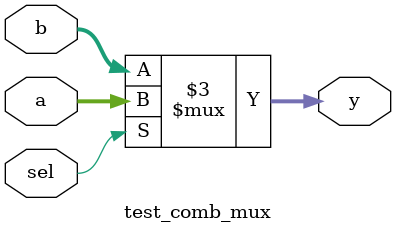
<source format=sv>

module test_comb_mux(
  input logic sel,
  input logic [7:0] a,
  input logic [7:0] b,
  output logic [7:0] y
);
  always_comb begin
    if (sel)
      y = a;
    else
      y = b;
  end
endmodule

</source>
